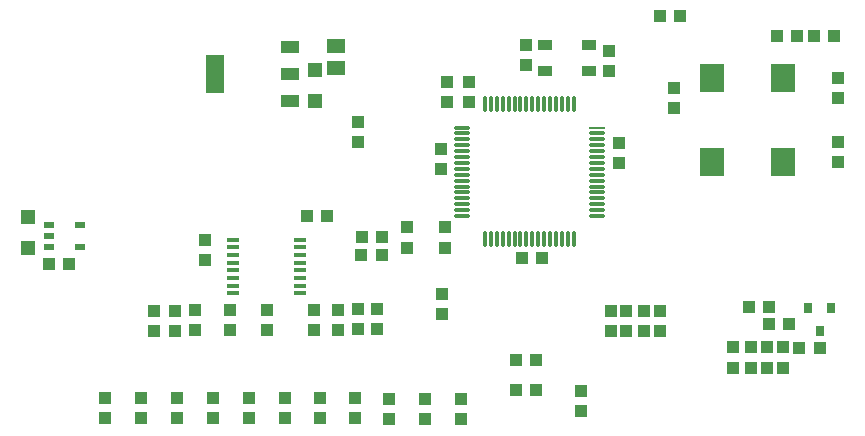
<source format=gbp>
%FSAX24Y24*%
%MOIN*%
G70*
G01*
G75*
G04 Layer_Color=128*
%ADD10R,0.0433X0.0394*%
%ADD11R,0.0394X0.0433*%
%ADD12R,0.0315X0.0315*%
%ADD13R,0.0846X0.0157*%
%ADD14R,0.0846X0.0157*%
%ADD15R,0.0472X0.0472*%
%ADD16R,0.0591X0.1299*%
%ADD17R,0.0591X0.0394*%
%ADD18R,0.0197X0.0886*%
%ADD19R,0.0807X0.1575*%
%ADD20R,0.0807X0.1378*%
%ADD21R,0.0807X0.1378*%
%ADD22R,0.0315X0.0591*%
%ADD23R,0.0591X0.0512*%
%ADD24C,0.0100*%
%ADD25C,0.0150*%
%ADD26C,0.0080*%
%ADD27C,0.0350*%
%ADD28C,0.0250*%
%ADD29C,0.0200*%
%ADD30C,0.0591*%
%ADD31R,0.0591X0.0591*%
%ADD32R,0.0591X0.0591*%
%ADD33P,0.2131X8X22.5*%
%ADD34C,0.0700*%
%ADD35O,0.0551X0.0591*%
%ADD36C,0.0500*%
%ADD37C,0.0472*%
%ADD38C,0.0315*%
%ADD39C,0.0276*%
%ADD40C,0.0350*%
%ADD41C,0.0354*%
%ADD42R,0.0787X0.0945*%
%ADD43R,0.0472X0.0354*%
%ADD44O,0.0551X0.0110*%
%ADD45R,0.0551X0.0110*%
%ADD46O,0.0110X0.0551*%
%ADD47O,0.0551X0.0110*%
%ADD48R,0.0433X0.0157*%
%ADD49O,0.0433X0.0157*%
%ADD50R,0.0315X0.0354*%
%ADD51R,0.0354X0.0236*%
%ADD52C,0.0070*%
%ADD53C,0.0090*%
%ADD54C,0.0098*%
%ADD55C,0.0079*%
%ADD56C,0.0050*%
%ADD57C,0.0197*%
%ADD58C,0.0120*%
D10*
X052615Y027820D02*
D03*
X051945D02*
D03*
X046805Y028490D02*
D03*
X047475D02*
D03*
X042895Y020420D02*
D03*
X042225D02*
D03*
X051115Y018240D02*
D03*
X050445D02*
D03*
X035035Y021830D02*
D03*
X035705D02*
D03*
X036885Y021130D02*
D03*
X037555D02*
D03*
X042025Y017020D02*
D03*
X042695D02*
D03*
X042025Y016020D02*
D03*
X042695D02*
D03*
X051465Y017450D02*
D03*
X052135D02*
D03*
X049775Y018790D02*
D03*
X050445D02*
D03*
X036865Y020550D02*
D03*
X037535D02*
D03*
X050725Y027820D02*
D03*
X051395D02*
D03*
X027105Y020250D02*
D03*
X026435D02*
D03*
D11*
X037400Y018735D02*
D03*
Y018065D02*
D03*
X045120Y026675D02*
D03*
Y027345D02*
D03*
X045440Y024285D02*
D03*
Y023615D02*
D03*
X039501Y023394D02*
D03*
Y024064D02*
D03*
X042340Y027535D02*
D03*
Y026865D02*
D03*
X040440Y025635D02*
D03*
Y026305D02*
D03*
X046810Y018005D02*
D03*
Y018675D02*
D03*
X045180Y018005D02*
D03*
Y018675D02*
D03*
X037800Y015735D02*
D03*
Y015065D02*
D03*
X031636Y021034D02*
D03*
Y020365D02*
D03*
X029950Y018015D02*
D03*
Y018685D02*
D03*
X030650Y018015D02*
D03*
Y018685D02*
D03*
X031308Y018025D02*
D03*
Y018695D02*
D03*
X032478Y018025D02*
D03*
Y018695D02*
D03*
X033708Y018025D02*
D03*
Y018695D02*
D03*
X035290Y018045D02*
D03*
Y018715D02*
D03*
X036750Y024985D02*
D03*
Y024315D02*
D03*
X039650Y021455D02*
D03*
Y020785D02*
D03*
X046280Y018005D02*
D03*
Y018675D02*
D03*
X045700Y018005D02*
D03*
Y018675D02*
D03*
X049260Y016785D02*
D03*
Y017455D02*
D03*
X050910Y016785D02*
D03*
Y017455D02*
D03*
X050380Y016785D02*
D03*
Y017455D02*
D03*
X049850Y016785D02*
D03*
Y017455D02*
D03*
X036750Y018735D02*
D03*
Y018065D02*
D03*
X036070Y018715D02*
D03*
Y018045D02*
D03*
X036640Y015095D02*
D03*
Y015765D02*
D03*
X035490Y015095D02*
D03*
Y015765D02*
D03*
X039540Y019225D02*
D03*
Y018555D02*
D03*
X052760Y025755D02*
D03*
Y026425D02*
D03*
Y024305D02*
D03*
Y023635D02*
D03*
X047290Y025425D02*
D03*
Y026095D02*
D03*
X039730Y026305D02*
D03*
Y025635D02*
D03*
X039000Y015065D02*
D03*
Y015735D02*
D03*
X040200D02*
D03*
Y015065D02*
D03*
X034325Y015772D02*
D03*
Y015103D02*
D03*
X033125Y015772D02*
D03*
Y015103D02*
D03*
X031925Y015772D02*
D03*
Y015103D02*
D03*
X030725Y015772D02*
D03*
Y015103D02*
D03*
X029525Y015772D02*
D03*
Y015103D02*
D03*
X028325D02*
D03*
Y015772D02*
D03*
X038390Y021455D02*
D03*
Y020785D02*
D03*
X044200Y015335D02*
D03*
Y016005D02*
D03*
D15*
X025740Y021802D02*
D03*
Y020778D02*
D03*
X035310Y025678D02*
D03*
Y026702D02*
D03*
D16*
X031990Y026580D02*
D03*
D17*
X034470Y027485D02*
D03*
Y026580D02*
D03*
Y025674D02*
D03*
D23*
X036030Y026766D02*
D03*
Y027514D02*
D03*
D42*
X050911Y026440D02*
D03*
X048549D02*
D03*
X050911Y023630D02*
D03*
X048549D02*
D03*
D43*
X044449Y026676D02*
D03*
X042993Y027542D02*
D03*
X044449D02*
D03*
X042993Y026676D02*
D03*
D44*
X044705Y023998D02*
D03*
Y024392D02*
D03*
Y024195D02*
D03*
Y024589D02*
D03*
Y023801D02*
D03*
Y023604D02*
D03*
Y023407D02*
D03*
Y023211D02*
D03*
Y023014D02*
D03*
Y022817D02*
D03*
Y022620D02*
D03*
Y022423D02*
D03*
Y022226D02*
D03*
Y022030D02*
D03*
Y021833D02*
D03*
X040217D02*
D03*
Y022030D02*
D03*
Y022226D02*
D03*
Y022423D02*
D03*
Y022620D02*
D03*
Y022817D02*
D03*
Y023014D02*
D03*
Y023211D02*
D03*
Y023407D02*
D03*
Y023604D02*
D03*
Y023801D02*
D03*
Y023998D02*
D03*
Y024195D02*
D03*
Y024392D02*
D03*
Y024589D02*
D03*
D45*
X044705Y024785D02*
D03*
D46*
X043937Y021065D02*
D03*
X043741D02*
D03*
X043150D02*
D03*
X042953D02*
D03*
X042756D02*
D03*
X042363D02*
D03*
X042166D02*
D03*
X041969D02*
D03*
X041575D02*
D03*
X041378D02*
D03*
X041182D02*
D03*
X040985Y025553D02*
D03*
X041182D02*
D03*
X041378D02*
D03*
X041772D02*
D03*
X041969D02*
D03*
X042166D02*
D03*
X042559D02*
D03*
X042756D02*
D03*
X042953D02*
D03*
X043347D02*
D03*
X043544D02*
D03*
X043741D02*
D03*
X043347Y021065D02*
D03*
X042559D02*
D03*
X041772D02*
D03*
X040985D02*
D03*
X041575Y025553D02*
D03*
X042363D02*
D03*
X043150D02*
D03*
X043937D02*
D03*
X043544Y021065D02*
D03*
D47*
X040217Y024785D02*
D03*
D48*
X034822Y021046D02*
D03*
D49*
Y020790D02*
D03*
Y020534D02*
D03*
Y020278D02*
D03*
Y020022D02*
D03*
Y019766D02*
D03*
Y019510D02*
D03*
Y019254D02*
D03*
X032578Y021046D02*
D03*
Y020790D02*
D03*
Y020534D02*
D03*
Y020278D02*
D03*
Y020022D02*
D03*
Y019766D02*
D03*
Y019510D02*
D03*
Y019254D02*
D03*
D50*
X052534Y018784D02*
D03*
X052140Y017996D02*
D03*
X051746Y018784D02*
D03*
D51*
X026458Y020796D02*
D03*
Y021170D02*
D03*
Y021544D02*
D03*
X027482D02*
D03*
Y020796D02*
D03*
M02*

</source>
